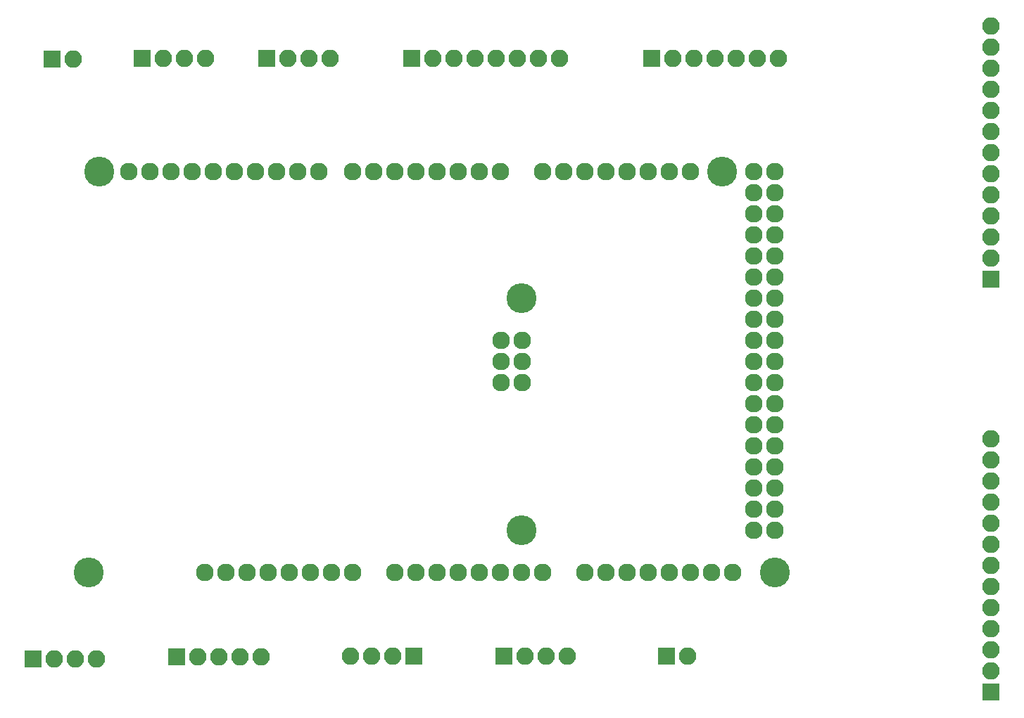
<source format=gbr>
G04 #@! TF.FileFunction,Soldermask,Top*
%FSLAX46Y46*%
G04 Gerber Fmt 4.6, Leading zero omitted, Abs format (unit mm)*
G04 Created by KiCad (PCBNEW 4.0.7) date 06/16/18 23:00:12*
%MOMM*%
%LPD*%
G01*
G04 APERTURE LIST*
%ADD10C,0.100000*%
%ADD11R,2.100000X2.100000*%
%ADD12O,2.100000X2.100000*%
%ADD13O,2.127200X2.127200*%
%ADD14C,3.600000*%
G04 APERTURE END LIST*
D10*
D11*
X204000000Y-98250000D03*
D12*
X204000000Y-95710000D03*
X204000000Y-93170000D03*
X204000000Y-90630000D03*
X204000000Y-88090000D03*
X204000000Y-85550000D03*
X204000000Y-83010000D03*
X204000000Y-80470000D03*
X204000000Y-77930000D03*
X204000000Y-75390000D03*
X204000000Y-72850000D03*
X204000000Y-70310000D03*
X204000000Y-67770000D03*
D11*
X106030000Y-93980000D03*
D12*
X108570000Y-93980000D03*
X111110000Y-93980000D03*
X113650000Y-93980000D03*
X116190000Y-93980000D03*
D11*
X204000000Y-48500000D03*
D12*
X204000000Y-45960000D03*
X204000000Y-43420000D03*
X204000000Y-40880000D03*
X204000000Y-38340000D03*
X204000000Y-35800000D03*
X204000000Y-33260000D03*
X204000000Y-30720000D03*
X204000000Y-28180000D03*
X204000000Y-25640000D03*
X204000000Y-23100000D03*
X204000000Y-20560000D03*
X204000000Y-18020000D03*
D11*
X134320000Y-21950000D03*
D12*
X136860000Y-21950000D03*
X139400000Y-21950000D03*
X141940000Y-21950000D03*
X144480000Y-21950000D03*
X147020000Y-21950000D03*
X149560000Y-21950000D03*
X152100000Y-21950000D03*
D11*
X163170000Y-21950000D03*
D12*
X165710000Y-21950000D03*
X168250000Y-21950000D03*
X170790000Y-21950000D03*
X173330000Y-21950000D03*
X175870000Y-21950000D03*
X178410000Y-21950000D03*
D11*
X145430000Y-93920000D03*
D12*
X147970000Y-93920000D03*
X150510000Y-93920000D03*
X153050000Y-93920000D03*
D11*
X134570000Y-93940000D03*
D12*
X132030000Y-93940000D03*
X129490000Y-93940000D03*
X126950000Y-93940000D03*
D13*
X145117000Y-61000000D03*
X147657000Y-61000000D03*
X147657000Y-58460000D03*
X145117000Y-58460000D03*
X147657000Y-55920000D03*
X132290000Y-83860000D03*
X127210000Y-83860000D03*
X124670000Y-83860000D03*
X122130000Y-83860000D03*
X119590000Y-83860000D03*
X117050000Y-83860000D03*
X114510000Y-83860000D03*
X111970000Y-83860000D03*
X167850000Y-35600000D03*
X165310000Y-35600000D03*
X162770000Y-35600000D03*
X160230000Y-35600000D03*
X157690000Y-35600000D03*
X155150000Y-35600000D03*
X152610000Y-35600000D03*
X150070000Y-35600000D03*
X144990000Y-35600000D03*
X142450000Y-35600000D03*
X139910000Y-35600000D03*
X137370000Y-35600000D03*
X134830000Y-35600000D03*
X132290000Y-35600000D03*
X129750000Y-35600000D03*
X127210000Y-35600000D03*
X107906000Y-35600000D03*
X123146000Y-35600000D03*
X120606000Y-35600000D03*
X118066000Y-35600000D03*
D14*
X147530000Y-78780000D03*
X147530000Y-50840000D03*
X171660000Y-35600000D03*
X96730000Y-35600000D03*
X178010000Y-83860000D03*
X95460000Y-83860000D03*
D13*
X100286000Y-35600000D03*
X102826000Y-35600000D03*
X105366000Y-35600000D03*
X110446000Y-35600000D03*
X112986000Y-35600000D03*
X115526000Y-35600000D03*
X109430000Y-83860000D03*
X134830000Y-83860000D03*
X137370000Y-83860000D03*
X139910000Y-83860000D03*
X142450000Y-83860000D03*
X144990000Y-83860000D03*
X147530000Y-83860000D03*
X150070000Y-83860000D03*
X155150000Y-83860000D03*
X157690000Y-83860000D03*
X160230000Y-83860000D03*
X162770000Y-83860000D03*
X165310000Y-83860000D03*
X167850000Y-83860000D03*
X170390000Y-83860000D03*
X172930000Y-83860000D03*
X175470000Y-35600000D03*
X178010000Y-35600000D03*
X175470000Y-38140000D03*
X178010000Y-38140000D03*
X175470000Y-40680000D03*
X178010000Y-40680000D03*
X175470000Y-43220000D03*
X178010000Y-43220000D03*
X175470000Y-45760000D03*
X178010000Y-45760000D03*
X175470000Y-48300000D03*
X178010000Y-48300000D03*
X175470000Y-50840000D03*
X178010000Y-50840000D03*
X175470000Y-53380000D03*
X178010000Y-53380000D03*
X175470000Y-55920000D03*
X178010000Y-55920000D03*
X175470000Y-58460000D03*
X178010000Y-58460000D03*
X175470000Y-61000000D03*
X178010000Y-61000000D03*
X175470000Y-63540000D03*
X178010000Y-63540000D03*
X175470000Y-66080000D03*
X178010000Y-66080000D03*
X175470000Y-68620000D03*
X178010000Y-68620000D03*
X175470000Y-71160000D03*
X178010000Y-71160000D03*
X175470000Y-73700000D03*
X178010000Y-73700000D03*
X175470000Y-76240000D03*
X178010000Y-76240000D03*
X175470000Y-78780000D03*
X178010000Y-78780000D03*
X145117000Y-55920000D03*
D11*
X101900000Y-21960000D03*
D12*
X104440000Y-21960000D03*
X106980000Y-21960000D03*
X109520000Y-21960000D03*
D11*
X116900000Y-21970000D03*
D12*
X119440000Y-21970000D03*
X121980000Y-21970000D03*
X124520000Y-21970000D03*
D11*
X91040000Y-22000000D03*
D12*
X93580000Y-22000000D03*
D11*
X164970000Y-93880000D03*
D12*
X167510000Y-93880000D03*
D11*
X88790000Y-94210000D03*
D12*
X91330000Y-94210000D03*
X93870000Y-94210000D03*
X96410000Y-94210000D03*
M02*

</source>
